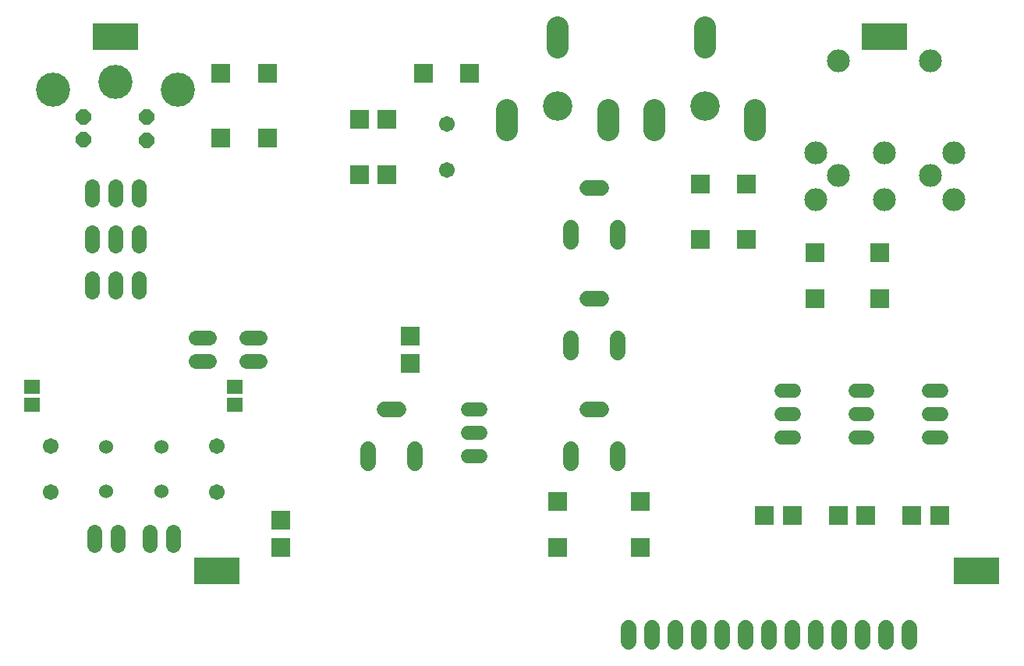
<source format=gbs>
G75*
%MOIN*%
%OFA0B0*%
%FSLAX25Y25*%
%IPPOS*%
%LPD*%
%AMOC8*
5,1,8,0,0,1.08239X$1,22.5*
%
%ADD10R,0.19685X0.11811*%
%ADD11R,0.07874X0.07874*%
%ADD12C,0.06800*%
%ADD13C,0.06000*%
%ADD14C,0.09461*%
%ADD15C,0.12611*%
%ADD16C,0.09800*%
%ADD17C,0.06000*%
%ADD18C,0.06737*%
%ADD19C,0.14580*%
%ADD20OC8,0.06400*%
%ADD21C,0.06400*%
%ADD22R,0.06706X0.05918*%
%ADD23C,0.04800*%
D10*
X0092051Y0044807D03*
X0048744Y0273154D03*
X0377484Y0273154D03*
X0416854Y0044807D03*
D11*
X0401106Y0068429D03*
X0389295Y0068429D03*
X0369610Y0068429D03*
X0357799Y0068429D03*
X0338114Y0068429D03*
X0326303Y0068429D03*
X0273154Y0074335D03*
X0273154Y0054650D03*
X0237720Y0054650D03*
X0237720Y0074335D03*
X0174728Y0133390D03*
X0174728Y0145201D03*
X0164886Y0214098D03*
X0153075Y0214098D03*
X0153075Y0237720D03*
X0164886Y0237720D03*
X0180634Y0257406D03*
X0200319Y0257406D03*
X0113705Y0257406D03*
X0094020Y0257406D03*
X0094020Y0229846D03*
X0113705Y0229846D03*
X0298744Y0210161D03*
X0318429Y0210161D03*
X0318429Y0186539D03*
X0298744Y0186539D03*
X0347957Y0180634D03*
X0347957Y0160949D03*
X0375516Y0160949D03*
X0375516Y0180634D03*
X0119610Y0066461D03*
X0119610Y0054650D03*
D12*
X0156854Y0090862D02*
X0156854Y0096862D01*
X0163854Y0113862D02*
X0169854Y0113862D01*
X0176854Y0096862D02*
X0176854Y0090862D01*
X0243469Y0090862D02*
X0243469Y0096862D01*
X0250469Y0113862D02*
X0256469Y0113862D01*
X0263469Y0096862D02*
X0263469Y0090862D01*
X0263469Y0138106D02*
X0263469Y0144106D01*
X0243469Y0144106D02*
X0243469Y0138106D01*
X0250469Y0161106D02*
X0256469Y0161106D01*
X0263469Y0185350D02*
X0263469Y0191350D01*
X0256469Y0208350D02*
X0250469Y0208350D01*
X0243469Y0191350D02*
X0243469Y0185350D01*
X0268272Y0020248D02*
X0268272Y0014248D01*
X0278272Y0014248D02*
X0278272Y0020248D01*
X0288272Y0020248D02*
X0288272Y0014248D01*
X0298272Y0014248D02*
X0298272Y0020248D01*
X0308272Y0020248D02*
X0308272Y0014248D01*
X0318272Y0014248D02*
X0318272Y0020248D01*
X0328272Y0020248D02*
X0328272Y0014248D01*
X0338272Y0014248D02*
X0338272Y0020248D01*
X0348272Y0020248D02*
X0348272Y0014248D01*
X0358272Y0014248D02*
X0358272Y0020248D01*
X0368272Y0020248D02*
X0368272Y0014248D01*
X0378272Y0014248D02*
X0378272Y0020248D01*
X0388272Y0020248D02*
X0388272Y0014248D01*
D13*
X0396538Y0101736D02*
X0401738Y0101736D01*
X0401738Y0111736D02*
X0396538Y0111736D01*
X0396538Y0121736D02*
X0401738Y0121736D01*
X0370242Y0121736D02*
X0365042Y0121736D01*
X0365042Y0111736D02*
X0370242Y0111736D01*
X0370242Y0101736D02*
X0365042Y0101736D01*
X0338746Y0101736D02*
X0333546Y0101736D01*
X0333546Y0111736D02*
X0338746Y0111736D01*
X0338746Y0121736D02*
X0333546Y0121736D01*
X0204887Y0113862D02*
X0199687Y0113862D01*
X0199687Y0103862D02*
X0204887Y0103862D01*
X0204887Y0093862D02*
X0199687Y0093862D01*
D14*
X0216067Y0233075D02*
X0216067Y0241736D01*
X0237720Y0268508D02*
X0237720Y0277169D01*
X0259374Y0241736D02*
X0259374Y0233075D01*
X0279059Y0233075D02*
X0279059Y0241736D01*
X0300713Y0268508D02*
X0300713Y0277169D01*
X0322366Y0241736D02*
X0322366Y0233075D01*
D15*
X0300713Y0243311D03*
X0237720Y0243311D03*
D16*
X0348193Y0223547D03*
X0357917Y0213587D03*
X0348193Y0203547D03*
X0377642Y0203508D03*
X0397287Y0213626D03*
X0407287Y0223547D03*
X0407287Y0203547D03*
X0377642Y0223508D03*
X0397287Y0262847D03*
X0357878Y0262847D03*
D17*
X0068429Y0097614D03*
X0044807Y0097614D03*
X0044807Y0078614D03*
X0068429Y0078614D03*
D18*
X0092051Y0078272D03*
X0092051Y0097957D03*
X0021185Y0097957D03*
X0021185Y0078272D03*
X0190476Y0216067D03*
X0190476Y0235752D03*
D19*
X0075516Y0250516D03*
X0048744Y0253665D03*
X0022169Y0250516D03*
D20*
X0035358Y0238705D03*
X0035358Y0229059D03*
X0062130Y0228862D03*
X0062130Y0238705D03*
D21*
X0039807Y0061387D02*
X0039807Y0055787D01*
X0049807Y0055787D02*
X0049807Y0061387D01*
X0063429Y0061387D02*
X0063429Y0055787D01*
X0073429Y0055787D02*
X0073429Y0061387D01*
X0083346Y0134295D02*
X0088946Y0134295D01*
X0088946Y0144295D02*
X0083346Y0144295D01*
X0104999Y0144295D02*
X0110599Y0144295D01*
X0110599Y0134295D02*
X0104999Y0134295D01*
X0058744Y0164054D02*
X0058744Y0169654D01*
X0048744Y0169654D02*
X0048744Y0164054D01*
X0038744Y0164054D02*
X0038744Y0169654D01*
X0038744Y0183739D02*
X0038744Y0189339D01*
X0048744Y0189339D02*
X0048744Y0183739D01*
X0058744Y0183739D02*
X0058744Y0189339D01*
X0058744Y0203424D02*
X0058744Y0209024D01*
X0048744Y0209024D02*
X0048744Y0203424D01*
X0038744Y0203424D02*
X0038744Y0209024D01*
D22*
X0013311Y0123350D03*
X0013311Y0115870D03*
X0099925Y0115870D03*
X0099925Y0123350D03*
D23*
X0174728Y0133390D03*
X0174728Y0145201D03*
X0164886Y0214098D03*
X0153075Y0214098D03*
X0153075Y0237720D03*
X0164886Y0237720D03*
X0180634Y0257406D03*
X0200319Y0257406D03*
X0113705Y0257406D03*
X0094020Y0257406D03*
X0094020Y0229846D03*
X0113705Y0229846D03*
X0298744Y0210161D03*
X0318429Y0210161D03*
X0318429Y0186539D03*
X0298744Y0186539D03*
X0347957Y0180634D03*
X0347957Y0160949D03*
X0375516Y0160949D03*
X0375516Y0180634D03*
X0273154Y0074335D03*
X0273154Y0054650D03*
X0237720Y0054650D03*
X0237720Y0074335D03*
X0326303Y0068429D03*
X0338114Y0068429D03*
X0357799Y0068429D03*
X0369610Y0068429D03*
X0389295Y0068429D03*
X0401106Y0068429D03*
X0119610Y0066461D03*
X0119610Y0054650D03*
M02*

</source>
